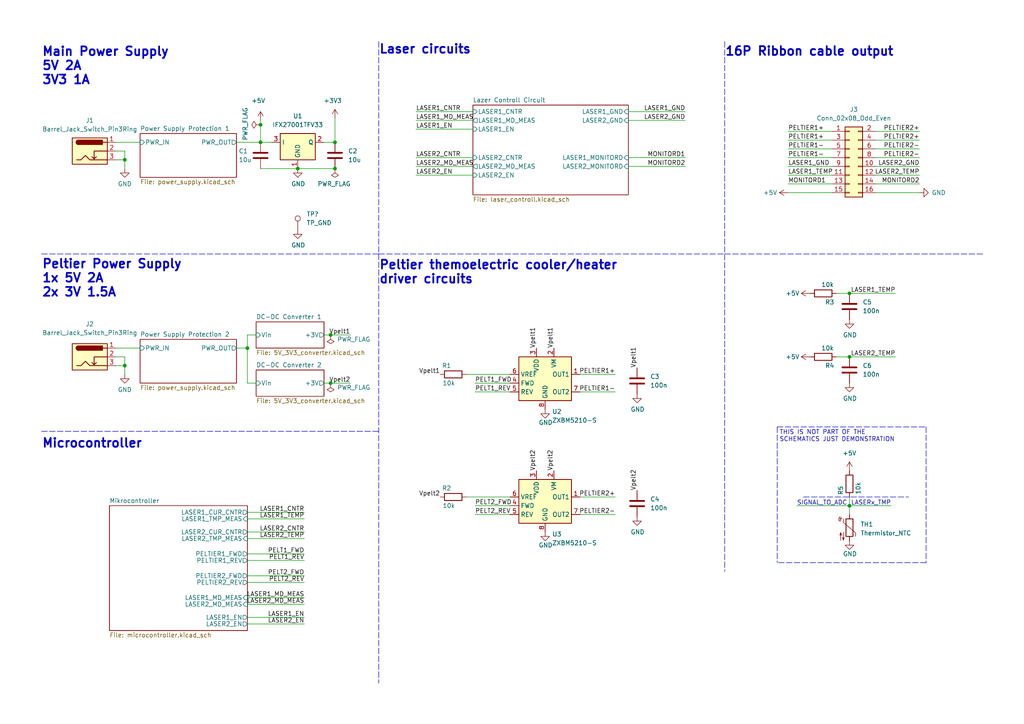
<source format=kicad_sch>
(kicad_sch (version 20211123) (generator eeschema)
  (paper "A4")
  (title_block (title "Laser controller board (Project Sheet)") (date "2022-05-05") (rev "R0.1") (company "Designed by Márk Mihalik"))
  (lib_symbols
    (symbol "Connector:Barrel_Jack_Switch_Pin3Ring" (pin_names hide)
      (property "Reference" "J" (at 0 5.334 0))
      (property "Value" "Barrel_Jack_Switch_Pin3Ring" (at 0 -5.08 0))
      (symbol "Barrel_Jack_Switch_Pin3Ring_0_1"
        (rectangle (start -5.08 3.81) (end 5.08 -3.81) (stroke (width 0.254)) (fill (type background)))
        (arc (start -3.302 3.175) (mid -3.937 2.54) (end -3.302 1.905) (stroke (width 0.254)))
        (arc (start -3.302 3.175) (mid -3.937 2.54) (end -3.302 1.905) (stroke (width 0.254)) (fill (type outline)))
        (polyline (pts (xy 1.27 -2.286) (xy 1.905 -1.651)) (stroke (width 0.254)))
        (polyline (pts (xy 5.08 2.54) (xy 3.81 2.54)) (stroke (width 0.254)))
        (polyline (pts (xy 5.08 0) (xy 1.27 0) (xy 1.27 -2.286) (xy 0.635 -1.651)) (stroke (width 0.254)))
        (polyline (pts (xy -3.81 -2.54) (xy -2.54 -2.54) (xy -1.27 -1.27) (xy 0 -2.54) (xy 2.54 -2.54) (xy 5.08 -2.54)) (stroke (width 0.254)))
        (rectangle (start 3.683 3.175) (end -3.302 1.905) (stroke (width 0.254)) (fill (type outline)))
      )
      (symbol "Barrel_Jack_Switch_Pin3Ring_1_1"
        (pin passive line (at 7.62 2.54 180) (length 2.54) (name "~") (number "1"))
        (pin passive line (at 7.62 0 180) (length 2.54) (name "~") (number "2"))
        (pin passive line (at 7.62 -2.54 180) (length 2.54) (name "~") (number "3"))
      )
    )
    (symbol "Connector:TestPoint" (pin_numbers hide) (pin_names (offset 0.762) hide)
      (property "Reference" "TP" (at 0 6.858 0))
      (property "Value" "TestPoint" (at 0 5.08 0))
      (symbol "TestPoint_0_1"
        (circle (center 0 3.302) (radius 0.762))
      )
      (symbol "TestPoint_1_1"
        (pin passive line (at 0 0 90) (length 2.54) (name "1") (number "1"))
      )
    )
    (symbol "Connector_Generic:Conn_02x08_Odd_Even" (pin_names (offset 1.016) hide)
      (property "Reference" "J" (at 1.27 10.16 0))
      (property "Value" "Conn_02x08_Odd_Even" (at 1.27 -12.7 0))
      (symbol "Conn_02x08_Odd_Even_1_1"
        (rectangle (start -1.27 -10.033) (end 0 -10.287) (stroke (width 0.1524)))
        (rectangle (start -1.27 -7.493) (end 0 -7.747) (stroke (width 0.1524)))
        (rectangle (start -1.27 -4.953) (end 0 -5.207) (stroke (width 0.1524)))
        (rectangle (start -1.27 -2.413) (end 0 -2.667) (stroke (width 0.1524)))
        (rectangle (start -1.27 0.127) (end 0 -0.127) (stroke (width 0.1524)))
        (rectangle (start -1.27 2.667) (end 0 2.413) (stroke (width 0.1524)))
        (rectangle (start -1.27 5.207) (end 0 4.953) (stroke (width 0.1524)))
        (rectangle (start -1.27 7.747) (end 0 7.493) (stroke (width 0.1524)))
        (rectangle (start -1.27 8.89) (end 3.81 -11.43) (stroke (width 0.254)) (fill (type background)))
        (rectangle (start 3.81 -10.033) (end 2.54 -10.287) (stroke (width 0.1524)))
        (rectangle (start 3.81 -7.493) (end 2.54 -7.747) (stroke (width 0.1524)))
        (rectangle (start 3.81 -4.953) (end 2.54 -5.207) (stroke (width 0.1524)))
        (rectangle (start 3.81 -2.413) (end 2.54 -2.667) (stroke (width 0.1524)))
        (rectangle (start 3.81 0.127) (end 2.54 -0.127) (stroke (width 0.1524)))
        (rectangle (start 3.81 2.667) (end 2.54 2.413) (stroke (width 0.1524)))
        (rectangle (start 3.81 5.207) (end 2.54 4.953) (stroke (width 0.1524)))
        (rectangle (start 3.81 7.747) (end 2.54 7.493) (stroke (width 0.1524)))
        (pin passive line (at -5.08 7.62 0) (length 3.81) (name "Pin_1") (number "1"))
        (pin passive line (at 7.62 -2.54 180) (length 3.81) (name "Pin_10") (number "10"))
        (pin passive line (at -5.08 -5.08 0) (length 3.81) (name "Pin_11") (number "11"))
        (pin passive line (at 7.62 -5.08 180) (length 3.81) (name "Pin_12") (number "12"))
        (pin passive line (at -5.08 -7.62 0) (length 3.81) (name "Pin_13") (number "13"))
        (pin passive line (at 7.62 -7.62 180) (length 3.81) (name "Pin_14") (number "14"))
        (pin passive line (at -5.08 -10.16 0) (length 3.81) (name "Pin_15") (number "15"))
        (pin passive line (at 7.62 -10.16 180) (length 3.81) (name "Pin_16") (number "16"))
        (pin passive line (at 7.62 7.62 180) (length 3.81) (name "Pin_2") (number "2"))
        (pin passive line (at -5.08 5.08 0) (length 3.81) (name "Pin_3") (number "3"))
        (pin passive line (at 7.62 5.08 180) (length 3.81) (name "Pin_4") (number "4"))
        (pin passive line (at -5.08 2.54 0) (length 3.81) (name "Pin_5") (number "5"))
        (pin passive line (at 7.62 2.54 180) (length 3.81) (name "Pin_6") (number "6"))
        (pin passive line (at -5.08 0 0) (length 3.81) (name "Pin_7") (number "7"))
        (pin passive line (at 7.62 0 180) (length 3.81) (name "Pin_8") (number "8"))
        (pin passive line (at -5.08 -2.54 0) (length 3.81) (name "Pin_9") (number "9"))
      )
    )
    (symbol "Device:C" (pin_numbers hide) (pin_names (offset 0.254))
      (property "Reference" "C" (at 0.635 2.54 0))
      (property "Value" "C" (at 0.635 -2.54 0))
      (symbol "C_0_1"
        (polyline (pts (xy -2.032 -0.762) (xy 2.032 -0.762)) (stroke (width 0.508)))
        (polyline (pts (xy -2.032 0.762) (xy 2.032 0.762)) (stroke (width 0.508)))
      )
      (symbol "C_1_1"
        (pin passive line (at 0 3.81 270) (length 2.794) (name "~") (number "1"))
        (pin passive line (at 0 -3.81 90) (length 2.794) (name "~") (number "2"))
      )
    )
    (symbol "Device:R" (pin_numbers hide) (pin_names (offset 0))
      (property "Reference" "R" (at 2.032 0 90))
      (property "Value" "R" (at 0 0 90))
      (symbol "R_0_1"
        (rectangle (start -1.016 -2.54) (end 1.016 2.54) (stroke (width 0.254)))
      )
      (symbol "R_1_1"
        (pin passive line (at 0 3.81 270) (length 1.27) (name "~") (number "1"))
        (pin passive line (at 0 -3.81 90) (length 1.27) (name "~") (number "2"))
      )
    )
    (symbol "Device:Thermistor_NTC" (pin_numbers hide) (pin_names (offset 0))
      (property "Reference" "TH" (at -4.445 0 90))
      (property "Value" "Thermistor_NTC" (at 3.175 0 90))
      (symbol "Thermistor_NTC_0_1"
        (arc (start -3.048 2.159) (mid -3.0505 2.3165) (end -3.175 2.413))
        (arc (start -3.048 2.159) (mid -2.9736 1.9794) (end -2.794 1.905))
        (arc (start -3.048 2.794) (mid -2.9736 2.6144) (end -2.794 2.54))
        (arc (start -2.794 1.905) (mid -2.6144 1.9794) (end -2.54 2.159))
        (arc (start -2.794 2.54) (mid -2.434 2.5608) (end -2.159 2.794))
        (arc (start -2.794 3.048) (mid -2.9736 2.9736) (end -3.048 2.794))
        (arc (start -2.54 2.794) (mid -2.6144 2.9736) (end -2.794 3.048))
        (rectangle (start -1.016 2.54) (end 1.016 -2.54) (stroke (width 0.254)))
        (polyline (pts (xy -2.54 2.159) (xy -2.54 2.794)))
        (polyline (pts (xy -1.778 2.54) (xy -1.778 1.524) (xy 1.778 -1.524) (xy 1.778 -2.54)))
        (polyline (pts (xy -2.54 -3.683) (xy -2.54 -1.397) (xy -2.794 -2.159) (xy -2.286 -2.159) (xy -2.54 -1.397) (xy -2.54 -1.651)) (fill (type outline)))
        (polyline (pts (xy -1.778 -1.397) (xy -1.778 -3.683) (xy -2.032 -2.921) (xy -1.524 -2.921) (xy -1.778 -3.683) (xy -1.778 -3.429)) (fill (type outline)))
      )
      (symbol "Thermistor_NTC_1_1"
        (pin passive line (at 0 3.81 270) (length 1.27) (name "~") (number "1"))
        (pin passive line (at 0 -3.81 90) (length 1.27) (name "~") (number "2"))
      )
    )
    (symbol "Driver_Motor:ZXBM5210-S"
      (property "Reference" "U" (at -7.62 8.89 0))
      (property "Value" "ZXBM5210-S" (at 10.16 8.89 0))
      (symbol "ZXBM5210-S_0_0"
        (pin output line (at 10.16 2.54 180) (length 2.54) (name "OUT1") (number "1"))
        (pin power_in line (at 2.54 10.16 270) (length 2.54) (name "VM") (number "2"))
        (pin power_in line (at -2.54 10.16 270) (length 2.54) (name "VDD") (number "3"))
        (pin input line (at -10.16 0 0) (length 2.54) (name "FWD") (number "4"))
        (pin input line (at -10.16 -2.54 0) (length 2.54) (name "REV") (number "5"))
        (pin input line (at -10.16 2.54 0) (length 2.54) (name "VREF") (number "6"))
        (pin output line (at 10.16 -2.54 180) (length 2.54) (name "OUT2") (number "7"))
        (pin power_in line (at 0 -7.62 90) (length 2.54) (name "GND") (number "8"))
      )
      (symbol "ZXBM5210-S_0_1"
        (rectangle (start -7.62 7.62) (end 7.62 -5.08) (stroke (width 0.254)) (fill (type background)))
      )
    )
    (symbol "Regulator_Linear:IFX27001TFV33"
      (property "Reference" "U" (at 0 6.35 0))
      (property "Value" "IFX27001TFV33" (at 0 3.81 0))
      (symbol "IFX27001TFV33_1_1"
        (rectangle (start -5.08 2.54) (end 5.08 -5.08) (stroke (width 0.254)) (fill (type background)))
        (pin power_in line (at 0 -7.62 90) (length 2.54) (name "GND") (number "1"))
        (pin power_out line (at 7.62 0 180) (length 2.54) (name "Q") (number "2"))
        (pin power_in line (at -7.62 0 0) (length 2.54) (name "I") (number "3"))
      )
    )
    (symbol "power:+3V3" (power) (pin_names (offset 0))
      (property "Value" "+3V3" (at 0 3.556 0))
      (symbol "+3V3_0_1"
        (polyline (pts (xy -0.762 1.27) (xy 0 2.54)))
        (polyline (pts (xy 0 0) (xy 0 2.54)))
        (polyline (pts (xy 0 2.54) (xy 0.762 1.27)))
      )
      (symbol "+3V3_1_1"
        (pin power_in line (at 0 0 90) (length 0) hide (name "+3V3") (number "1"))
      )
    )
    (symbol "power:+5V" (power) (pin_names (offset 0))
      (property "Value" "+5V" (at 0 3.556 0))
      (symbol "+5V_0_1"
        (polyline (pts (xy -0.762 1.27) (xy 0 2.54)))
        (polyline (pts (xy 0 0) (xy 0 2.54)))
        (polyline (pts (xy 0 2.54) (xy 0.762 1.27)))
      )
      (symbol "+5V_1_1"
        (pin power_in line (at 0 0 90) (length 0) hide (name "+5V") (number "1"))
      )
    )
    (symbol "power:GND" (power) (pin_names (offset 0))
      (property "Value" "GND" (at 0 -3.81 0))
      (symbol "GND_0_1"
        (polyline (pts (xy 0 0) (xy 0 -1.27) (xy 1.27 -1.27) (xy 0 -2.54) (xy -1.27 -1.27) (xy 0 -1.27)))
      )
      (symbol "GND_1_1"
        (pin power_in line (at 0 0 270) (length 0) hide (name "GND") (number "1"))
      )
    )
    (symbol "power:PWR_FLAG" (power) (pin_numbers hide) (pin_names (offset 0) hide)
      (property "Value" "PWR_FLAG" (at 0 3.81 0))
      (symbol "PWR_FLAG_0_0"
        (pin power_out line (at 0 0 90) (length 0) (name "pwr") (number "1"))
      )
      (symbol "PWR_FLAG_0_1"
        (polyline (pts (xy 0 0) (xy 0 1.27) (xy -1.016 1.905) (xy 0 2.54) (xy 1.016 1.905) (xy 0 1.27)))
      )
    )
  )
  (junction (at 97.155 48.895))
  (junction (at 246.38 103.505))
  (junction (at 36.195 106.045))
  (junction (at 86.36 48.895))
  (junction (at 246.38 85.09))
  (junction (at 75.565 41.275))
  (junction (at 71.755 100.965))
  (junction (at 75.565 36.195))
  (junction (at 95.885 97.155))
  (junction (at 36.195 46.355))
  (junction (at 97.155 41.275))
  (junction (at 95.885 111.125))
  (junction (at 246.38 146.685))
  (wire (pts (xy 88.265 179.07) (xy 71.755 179.07)))
  (wire (pts (xy 95.885 97.155) (xy 101.6 97.155)))
  (wire (pts (xy 168.275 149.225) (xy 178.435 149.225)))
  (wire (pts (xy 246.38 85.09) (xy 259.715 85.09)))
  (wire (pts (xy 97.155 34.29) (xy 97.155 41.275)))
  (wire (pts (xy 241.3 48.26) (xy 228.6 48.26)))
  (wire (pts (xy 36.195 48.895) (xy 36.195 46.355)))
  (wire (pts (xy 241.3 38.1) (xy 228.6 38.1)))
  (wire (pts (xy 68.58 41.275) (xy 75.565 41.275)))
  (wire (pts (xy 71.755 150.495) (xy 88.265 150.495)))
  (wire (pts (xy 246.38 144.145) (xy 246.38 146.685)))
  (wire (pts (xy 71.755 173.355) (xy 88.265 173.355)))
  (wire (pts (xy 71.755 100.965) (xy 68.58 100.965)))
  (wire (pts (xy 254 40.64) (xy 266.7 40.64)))
  (wire (pts (xy 242.57 103.505) (xy 246.38 103.505)))
  (polyline (pts (xy 268.605 163.195) (xy 225.425 163.195)))
  (wire (pts (xy 71.755 167.005) (xy 88.265 167.005)))
  (wire (pts (xy 33.655 103.505) (xy 36.195 103.505)))
  (polyline (pts (xy 233.045 144.145) (xy 263.525 144.145)))
  (wire (pts (xy 33.655 46.355) (xy 36.195 46.355)))
  (wire (pts (xy 242.57 85.09) (xy 246.38 85.09)))
  (wire (pts (xy 120.65 50.8) (xy 137.16 50.8)))
  (polyline (pts (xy 225.425 123.825) (xy 268.605 123.825)))
  (wire (pts (xy 254 45.72) (xy 266.7 45.72)))
  (wire (pts (xy 228.6 53.34) (xy 241.3 53.34)))
  (wire (pts (xy 74.295 97.155) (xy 71.755 97.155)))
  (wire (pts (xy 137.16 32.385) (xy 120.65 32.385)))
  (wire (pts (xy 75.565 41.275) (xy 78.74 41.275)))
  (polyline (pts (xy 109.855 12.065) (xy 109.855 73.66)))
  (wire (pts (xy 241.3 40.64) (xy 228.6 40.64)))
  (wire (pts (xy 135.255 144.145) (xy 147.955 144.145)))
  (polyline (pts (xy 12.065 125.095) (xy 109.855 125.095)))
  (wire (pts (xy 71.755 162.56) (xy 88.265 162.56)))
  (wire (pts (xy 168.275 113.665) (xy 178.435 113.665)))
  (wire (pts (xy 93.98 111.125) (xy 95.885 111.125)))
  (wire (pts (xy 137.795 146.685) (xy 147.955 146.685)))
  (wire (pts (xy 254 50.8) (xy 266.7 50.8)))
  (wire (pts (xy 254 38.1) (xy 266.7 38.1)))
  (polyline (pts (xy 12.065 73.66) (xy 109.855 73.66)))
  (wire (pts (xy 231.14 146.685) (xy 246.38 146.685)))
  (wire (pts (xy 168.275 108.585) (xy 178.435 108.585)))
  (wire (pts (xy 246.38 146.685) (xy 258.445 146.685)))
  (wire (pts (xy 254 53.34) (xy 266.7 53.34)))
  (wire (pts (xy 246.38 146.685) (xy 246.38 149.225)))
  (polyline (pts (xy 268.605 123.825) (xy 268.605 163.195)))
  (wire (pts (xy 93.98 97.155) (xy 95.885 97.155)))
  (wire (pts (xy 75.565 34.925) (xy 75.565 36.195)))
  (wire (pts (xy 75.565 48.895) (xy 86.36 48.895)))
  (wire (pts (xy 71.755 154.305) (xy 88.265 154.305)))
  (polyline (pts (xy 210.185 12.065) (xy 210.185 165.735)))
  (wire (pts (xy 241.3 45.72) (xy 228.6 45.72)))
  (wire (pts (xy 33.655 41.275) (xy 40.64 41.275)))
  (wire (pts (xy 71.755 156.21) (xy 88.265 156.21)))
  (wire (pts (xy 33.655 43.815) (xy 36.195 43.815)))
  (wire (pts (xy 33.655 100.965) (xy 40.64 100.965)))
  (wire (pts (xy 241.3 50.8) (xy 228.6 50.8)))
  (wire (pts (xy 86.36 48.895) (xy 97.155 48.895)))
  (wire (pts (xy 74.295 111.125) (xy 71.755 111.125)))
  (polyline (pts (xy 109.855 73.66) (xy 109.855 198.12)))
  (wire (pts (xy 71.755 160.655) (xy 88.265 160.655)))
  (wire (pts (xy 266.7 55.88) (xy 254 55.88)))
  (wire (pts (xy 254 43.18) (xy 266.7 43.18)))
  (wire (pts (xy 198.755 32.385) (xy 182.245 32.385)))
  (wire (pts (xy 36.195 106.045) (xy 36.195 103.505)))
  (wire (pts (xy 36.195 108.585) (xy 36.195 106.045)))
  (wire (pts (xy 228.6 55.88) (xy 241.3 55.88)))
  (wire (pts (xy 137.795 111.125) (xy 147.955 111.125)))
  (wire (pts (xy 93.98 41.275) (xy 97.155 41.275)))
  (wire (pts (xy 36.195 46.355) (xy 36.195 43.815)))
  (wire (pts (xy 33.655 106.045) (xy 36.195 106.045)))
  (wire (pts (xy 137.795 113.665) (xy 147.955 113.665)))
  (wire (pts (xy 71.755 148.59) (xy 88.265 148.59)))
  (wire (pts (xy 88.265 180.975) (xy 71.755 180.975)))
  (wire (pts (xy 137.16 48.26) (xy 120.65 48.26)))
  (wire (pts (xy 75.565 36.195) (xy 75.565 41.275)))
  (wire (pts (xy 168.275 144.145) (xy 178.435 144.145)))
  (polyline (pts (xy 210.185 73.66) (xy 285.115 73.66)))
  (wire (pts (xy 246.38 103.505) (xy 259.715 103.505)))
  (polyline (pts (xy 225.425 123.825) (xy 225.425 163.195)))
  (wire (pts (xy 120.65 37.465) (xy 137.16 37.465)))
  (wire (pts (xy 182.245 45.72) (xy 198.755 45.72)))
  (wire (pts (xy 71.755 168.91) (xy 88.265 168.91)))
  (wire (pts (xy 120.65 45.72) (xy 137.16 45.72)))
  (wire (pts (xy 137.795 149.225) (xy 147.955 149.225)))
  (wire (pts (xy 241.3 43.18) (xy 228.6 43.18)))
  (wire (pts (xy 95.885 111.125) (xy 101.6 111.125)))
  (wire (pts (xy 198.755 34.925) (xy 182.245 34.925)))
  (wire (pts (xy 120.65 34.925) (xy 137.16 34.925)))
  (wire (pts (xy 71.755 111.125) (xy 71.755 100.965)))
  (wire (pts (xy 182.245 48.26) (xy 198.755 48.26)))
  (polyline (pts (xy 109.855 73.66) (xy 210.185 73.66)))
  (wire (pts (xy 135.255 108.585) (xy 147.955 108.585)))
  (wire (pts (xy 71.755 97.155) (xy 71.755 100.965)))
  (wire (pts (xy 71.755 175.26) (xy 88.265 175.26)))
  (wire (pts (xy 254 48.26) (xy 266.7 48.26)))
  (text "Peltier themoelectric cooler/heater\ndriver circuits" (at 109.855 82.55 0) (effects (font (size 2.54 2.54) (thickness 0.508) bold) (justify left bottom)))
  (text "LASERx_TMP\n" (at 258.445 146.685 180) (effects (font (size 1.27 1.27)) (justify right bottom)))
  (text "16P Ribbon cable output" (at 210.185 16.51 0) (effects (font (size 2.54 2.54) (thickness 0.508) bold) (justify left bottom)))
  (text "Microcontroller" (at 12.065 130.175 0) (effects (font (size 2.54 2.54) (thickness 0.508) bold) (justify left bottom)))
  (text "Peltier Power Supply\n1x 5V 2A \n2x 3V 1.5A" (at 12.065 86.36 0) (effects (font (size 2.54 2.54) (thickness 0.508) bold) (justify left bottom)))
  (text "Main Power Supply\n5V 2A \n3V3 1A" (at 12.065 24.765 0) (effects (font (size 2.54 2.54) (thickness 0.508) bold) (justify left bottom)))
  (text "THIS IS NOT PART OF THE\nSCHEMATICS JUST DEMONSTRATION\n" (at 226.06 128.27 0) (effects (font (size 1.27 1.27)) (justify left bottom)))
  (text "SIGNAL_TO_ADC" (at 231.14 146.685 0) (effects (font (size 1.27 1.27)) (justify left bottom)))
  (text "Laser circuits" (at 109.855 15.875 0) (effects (font (size 2.54 2.54) bold) (justify left bottom)))
  (label "LASER1_TEMP" (at 228.6 50.8 0))
  (label "PELTIER2+" (at 178.435 144.145 180))
  (label "PELTIER2+" (at 266.7 40.64 180))
  (label "Vpelt2" (at 155.575 136.525 90))
  (label "LASER2_TEMP" (at 259.715 103.505 180))
  (label "PELTIER1-" (at 228.6 43.18 0))
  (label "Vpelt1" (at 155.575 100.965 90))
  (label "Vpelt1" (at 101.6 97.155 180))
  (label "LASER1_GND" (at 198.755 32.385 180))
  (label "Vpelt2" (at 160.655 136.525 90))
  (label "PELT2_REV" (at 137.795 149.225 0))
  (label "LASER2_CNTR" (at 88.265 154.305 180))
  (label "PELT1_REV" (at 88.265 162.56 180))
  (label "LASER1_MD_MEAS" (at 120.65 34.925 0))
  (label "PELT1_FWD" (at 137.795 111.125 0))
  (label "MONITORD1" (at 198.755 45.72 180))
  (label "Vpelt1" (at 127.635 108.585 180))
  (label "LASER1_EN" (at 120.65 37.465 0))
  (label "PELTIER1-" (at 178.435 113.665 180))
  (label "LASER1_MD_MEAS" (at 88.265 173.355 180))
  (label "LASER2_TEMP" (at 88.265 156.21 180))
  (label "LASER1_TEMP" (at 259.715 85.09 180))
  (label "PELT2_REV" (at 88.265 168.91 180))
  (label "PELT1_REV" (at 137.795 113.665 0))
  (label "LASER1_GND" (at 228.6 48.26 0))
  (label "LASER1_CNTR" (at 88.265 148.59 180))
  (label "LASER2_CNTR" (at 120.65 45.72 0))
  (label "PELTIER1-" (at 228.6 45.72 0))
  (label "LASER2_GND" (at 266.7 48.26 180))
  (label "LASER2_MD_MEAS" (at 120.65 48.26 0))
  (label "LASER2_GND" (at 198.755 34.925 180))
  (label "PELT2_FWD" (at 88.265 167.005 180))
  (label "Vpelt2" (at 101.6 111.125 180))
  (label "PELT2_FWD" (at 137.795 146.685 0))
  (label "PELTIER1+" (at 178.435 108.585 180))
  (label "LASER1_EN" (at 88.265 179.07 180))
  (label "MONITORD1" (at 228.6 53.34 0))
  (label "PELTIER1+" (at 228.6 38.1 0))
  (label "LASER1_CNTR" (at 120.65 32.385 0))
  (label "MONITORD2" (at 266.7 53.34 180))
  (label "Vpelt1" (at 184.785 106.68 90))
  (label "LASER2_TEMP" (at 266.7 50.8 180))
  (label "MONITORD2" (at 198.755 48.26 180))
  (label "Vpelt2" (at 184.785 142.24 90))
  (label "LASER2_EN" (at 88.265 180.975 180))
  (label "LASER1_TEMP" (at 88.265 150.495 180))
  (label "PELTIER2-" (at 178.435 149.225 180))
  (label "PELTIER2-" (at 266.7 43.18 180))
  (label "Vpelt1" (at 160.655 100.965 90))
  (label "PELTIER2-" (at 266.7 45.72 180))
  (label "PELT1_FWD" (at 88.265 160.655 180))
  (label "LASER2_MD_MEAS" (at 88.265 175.26 180))
  (label "PELTIER2+" (at 266.7 38.1 180))
  (label "PELTIER1+" (at 228.6 40.64 0))
  (label "Vpelt2" (at 127.635 144.145 180))
  (label "LASER2_EN" (at 120.65 50.8 0))
  (symbol (lib_id "Device:R") (at 131.445 144.145 90) (unit 1)
    (property "Reference" "R2" (at 129.54 141.605 90))
    (property "Value" "10k" (at 130.175 146.685 90))
    (property "Footprint" "Resistor_SMD:R_0805_2012Metric_Pad1.20x1.40mm_HandSolder" (effects hide))
    (property "Lomex" "80-54-49" (effects hide))
  )
  (symbol (lib_id "power:GND") (at 266.7 55.88 90) (mirror x) (unit 1)
    (property "Reference" "#PWR021" (effects hide))
    (property "Value" "GND" (at 274.32 55.88 90) (effects (justify left)))
  )
  (symbol (lib_id "power:GND") (at 158.115 118.745 0) (unit 1)
    (property "Reference" "#PWR08" (effects hide))
    (property "Value" "GND" (at 156.21 122.555 0) (effects (justify left)))
  )
  (symbol (lib_id "power:PWR_FLAG") (at 97.155 48.895 180) (unit 1)
    (property "Reference" "#FLG04" (effects hide))
    (property "Value" "PWR_FLAG" (at 92.075 53.34 0) (effects (justify right)))
  )
  (symbol (lib_id "power:GND") (at 184.785 149.86 0) (unit 1)
    (property "Reference" "#PWR013" (effects hide))
    (property "Value" "GND" (at 182.88 154.305 0) (effects (justify left)))
  )
  (symbol (lib_id "power:+5V") (at 234.95 103.505 90) (unit 1)
    (property "Reference" "#PWR016" (effects hide))
    (property "Value" "+5V" (at 229.87 103.505 90))
  )
  (symbol (lib_id "power:PWR_FLAG") (at 75.565 36.195 90) (unit 1)
    (property "Reference" "#FLG01" (effects hide))
    (property "Value" "PWR_FLAG" (at 71.12 31.115 0) (effects (justify right)))
  )
  (symbol (lib_id "Device:C") (at 75.565 45.085 0) (unit 1)
    (property "Reference" "C1" (at 69.215 43.815 0) (effects (justify left)))
    (property "Value" "10u" (at 69.215 46.355 0) (effects (justify left)))
    (property "Footprint" "Capacitor_SMD:C_0805_2012Metric_Pad1.18x1.45mm_HandSolder" (effects hide))
    (property "Lomex" "82-17-06" (effects hide))
  )
  (symbol (lib_id "power:GND") (at 158.115 154.305 0) (unit 1)
    (property "Reference" "#PWR09" (effects hide))
    (property "Value" "GND" (at 156.21 158.115 0) (effects (justify left)))
  )
  (symbol (lib_id "power:GND") (at 36.195 108.585 0) (unit 1)
    (property "Reference" "#PWR02" (effects hide))
    (property "Value" "GND" (at 36.195 113.03 0))
  )
  (symbol (lib_id "Connector:Barrel_Jack_Switch_Pin3Ring") (at 26.035 103.505 0) (unit 1)
    (property "Reference" "J2" (at 26.035 93.98 0))
    (property "Value" "Barrel_Jack_Switch_Pin3Ring" (at 26.035 96.52 0))
    (property "Footprint" "Connector_BarrelJack:BarrelJack_Horizontal" (effects hide))
    (property "Lomex" "43-07-67" (effects hide))
  )
  (symbol (lib_id "Device:R") (at 246.38 140.335 180) (unit 1) (in_bom no) (on_board no)
    (property "Reference" "R5" (at 243.84 142.24 90))
    (property "Value" "10k" (at 248.92 141.605 90))
    (property "Footprint" "Resistor_SMD:R_0805_2012Metric_Pad1.20x1.40mm_HandSolder" (effects hide))
    (property "Lomex" "80-54-49" (effects hide))
  )
  (symbol (lib_id "Device:R") (at 238.76 85.09 270) (unit 1)
    (property "Reference" "R3" (at 240.665 87.63 90))
    (property "Value" "10k" (at 240.03 82.55 90))
    (property "Footprint" "Resistor_SMD:R_0805_2012Metric_Pad1.20x1.40mm_HandSolder" (effects hide))
    (property "Lomex" "80-54-49" (effects hide))
  )
  (symbol (lib_id "power:GND") (at 184.785 114.3 0) (unit 1)
    (property "Reference" "#PWR011" (effects hide))
    (property "Value" "GND" (at 182.88 118.745 0) (effects (justify left)))
  )
  (symbol (lib_id "Driver_Motor:ZXBM5210-S") (at 158.115 146.685 0) (unit 1)
    (property "Reference" "U3" (at 160.1344 154.94 0) (effects (justify left)))
    (property "Value" "ZXBM5210-S" (at 160.1344 157.48 0) (effects (justify left)))
    (property "Footprint" "Package_SO:SOIC-8_3.9x4.9mm_P1.27mm" (effects hide))
    (property "Datasheet" "https://www.diodes.com/assets/Datasheets/ZXBM5210.pdf" (effects hide))
    (property "Mouser" "621-ZXBM5210-S-13" (effects hide))
  )
  (symbol (lib_id "Regulator_Linear:IFX27001TFV33") (at 86.36 41.275 0) (unit 1)
    (property "Reference" "U1" (at 86.36 33.655 0))
    (property "Value" "IFX27001TFV33" (at 86.36 36.195 0))
    (property "Footprint" "Package_TO_SOT_SMD:TO-252-3_TabPin2" (effects hide))
    (property "Datasheet" "https://static6.arrow.com/aropdfconversion/dc75757ae45a88e5f69bdce3f2a651a5fe0ca07d/ifx27001_ds_10.pdf" (effects hide))
    (property "Replacement" "NCP1117DT33G" (effects hide))
    (property "Lomex" "89-25-59" (effects hide))
  )
  (symbol (lib_id "power:GND") (at 246.38 92.71 0) (unit 1)
    (property "Reference" "#PWR017" (effects hide))
    (property "Value" "GND" (at 244.475 97.155 0) (effects (justify left)))
  )
  (symbol (lib_id "power:+5V") (at 75.565 34.925 0) (unit 1)
    (property "Reference" "#PWR03" (effects hide))
    (property "Value" "+5V" (at 74.93 29.21 0))
  )
  (symbol (lib_id "power:GND") (at 36.195 48.895 0) (unit 1)
    (property "Reference" "#PWR01" (effects hide))
    (property "Value" "GND" (at 36.195 53.34 0))
  )
  (symbol (lib_id "Device:R") (at 238.76 103.505 270) (unit 1)
    (property "Reference" "R4" (at 240.665 106.045 90))
    (property "Value" "10k" (at 240.03 100.965 90))
    (property "Footprint" "Resistor_SMD:R_0805_2012Metric_Pad1.20x1.40mm_HandSolder" (effects hide))
    (property "Lomex" "80-54-49" (effects hide))
  )
  (symbol (lib_id "Connector:TestPoint") (at 86.36 66.675 0) (unit 1)
    (property "Reference" "TP?" (at 88.9 62.1029 0) (effects (justify left)))
    (property "Value" "TP_GND" (at 88.9 64.6429 0) (effects (justify left)))
    (property "Footprint" "Connector_PinHeader_2.54mm:PinHeader_1x01_P2.54mm_Vertical" (effects hide))
  )
  (symbol (lib_id "power:GND") (at 86.36 48.895 0) (unit 1)
    (property "Reference" "#PWR04" (effects hide))
    (property "Value" "GND" (at 84.455 53.34 0) (effects (justify left)))
  )
  (symbol (lib_id "power:GND") (at 246.38 156.845 0) (unit 1)
    (property "Reference" "#PWR020" (effects hide))
    (property "Value" "GND" (at 244.475 160.655 0) (effects (justify left)))
  )
  (symbol (lib_id "Driver_Motor:ZXBM5210-S") (at 158.115 111.125 0) (unit 1)
    (property "Reference" "U2" (at 160.1344 119.38 0) (effects (justify left)))
    (property "Value" "ZXBM5210-S" (at 160.1344 121.92 0) (effects (justify left)))
    (property "Footprint" "Package_SO:SOIC-8_3.9x4.9mm_P1.27mm" (effects hide))
    (property "Datasheet" "https://www.diodes.com/assets/Datasheets/ZXBM5210.pdf" (effects hide))
    (property "Mouser" "621-ZXBM5210-S-13" (effects hide))
  )
  (symbol (lib_id "power:+3V3") (at 97.155 34.29 0) (unit 1)
    (property "Reference" "#PWR05" (effects hide))
    (property "Value" "+3V3" (at 96.52 29.21 0))
  )
  (symbol (lib_id "power:+5V") (at 246.38 136.525 0) (unit 1)
    (property "Reference" "#PWR019" (effects hide))
    (property "Value" "+5V" (at 246.38 131.445 0))
  )
  (symbol (lib_id "power:+5V") (at 228.6 55.88 90) (mirror x) (unit 1)
    (property "Reference" "#PWR014" (effects hide))
    (property "Value" "+5V" (at 225.425 55.8799 90) (effects (justify left)))
  )
  (symbol (lib_id "Device:Thermistor_NTC") (at 246.38 153.035 0) (unit 1) (in_bom no) (on_board no)
    (property "Reference" "TH1" (at 249.555 152.0824 0) (effects (justify left)))
    (property "Value" "Thermistor_NTC" (at 249.555 154.6224 0) (effects (justify left)))
  )
  (symbol (lib_id "power:GND") (at 246.38 111.125 0) (unit 1)
    (property "Reference" "#PWR018" (effects hide))
    (property "Value" "GND" (at 244.475 115.57 0) (effects (justify left)))
  )
  (symbol (lib_id "Device:C") (at 97.155 45.085 0) (unit 1)
    (property "Reference" "C2" (at 100.965 43.8149 0) (effects (justify left)))
    (property "Value" "10u" (at 100.965 46.3549 0) (effects (justify left)))
    (property "Footprint" "Capacitor_SMD:C_0805_2012Metric_Pad1.18x1.45mm_HandSolder" (effects hide))
    (property "Lomex" "82-17-06" (effects hide))
  )
  (symbol (lib_id "Device:C") (at 184.785 146.05 0) (unit 1)
    (property "Reference" "C4" (at 188.595 144.7799 0) (effects (justify left)))
    (property "Value" "100n" (at 188.595 147.3199 0) (effects (justify left)))
    (property "Footprint" "Capacitor_SMD:C_0805_2012Metric_Pad1.18x1.45mm_HandSolder" (effects hide))
    (property "Lomex" "82-13-46" (effects hide))
  )
  (symbol (lib_id "Device:C") (at 184.785 110.49 0) (unit 1)
    (property "Reference" "C3" (at 188.595 109.2199 0) (effects (justify left)))
    (property "Value" "100n" (at 188.595 111.7599 0) (effects (justify left)))
    (property "Footprint" "Capacitor_SMD:C_0805_2012Metric_Pad1.18x1.45mm_HandSolder" (effects hide))
    (property "Lomex" "82-13-46" (effects hide))
  )
  (symbol (lib_id "Device:R") (at 131.445 108.585 90) (unit 1)
    (property "Reference" "R1" (at 129.54 106.045 90))
    (property "Value" "10k" (at 130.175 111.125 90))
    (property "Footprint" "Resistor_SMD:R_0805_2012Metric_Pad1.20x1.40mm_HandSolder" (effects hide))
    (property "Lomex" "80-54-49" (effects hide))
  )
  (symbol (lib_id "power:PWR_FLAG") (at 95.885 111.125 180) (unit 1)
    (property "Reference" "#FLG03" (effects hide))
    (property "Value" "PWR_FLAG" (at 97.79 112.3949 0) (effects (justify right)))
  )
  (symbol (lib_id "Device:C") (at 246.38 88.9 0) (unit 1)
    (property "Reference" "C5" (at 250.19 87.6299 0) (effects (justify left)))
    (property "Value" "100n" (at 250.19 90.1699 0) (effects (justify left)))
    (property "Footprint" "Capacitor_SMD:C_0805_2012Metric_Pad1.18x1.45mm_HandSolder" (effects hide))
    (property "Lomex" "82-13-46" (effects hide))
  )
  (symbol (lib_id "Connector_Generic:Conn_02x08_Odd_Even") (at 246.38 45.72 0) (unit 1)
    (property "Reference" "J3" (at 247.65 31.75 0))
    (property "Value" "Conn_02x08_Odd_Even" (at 247.65 34.29 0))
    (property "Footprint" "Connector_IDC:IDC-Header_2x08_P2.54mm_Latch_Vertical" (effects hide))
    (property "Lomex" "43-01-07" (effects hide))
  )
  (symbol (lib_id "Connector:Barrel_Jack_Switch_Pin3Ring") (at 26.035 43.815 0) (unit 1)
    (property "Reference" "J1" (at 26.035 34.925 0))
    (property "Value" "Barrel_Jack_Switch_Pin3Ring" (at 26.035 37.465 0))
    (property "Footprint" "Connector_BarrelJack:BarrelJack_Horizontal" (effects hide))
    (property "Lomex" "43-07-67" (effects hide))
  )
  (symbol (lib_id "Device:C") (at 246.38 107.315 0) (unit 1)
    (property "Reference" "C6" (at 250.19 106.0449 0) (effects (justify left)))
    (property "Value" "100n" (at 250.19 108.5849 0) (effects (justify left)))
    (property "Footprint" "Capacitor_SMD:C_0805_2012Metric_Pad1.18x1.45mm_HandSolder" (effects hide))
    (property "Lomex" "82-13-46" (effects hide))
  )
  (symbol (lib_id "power:PWR_FLAG") (at 95.885 97.155 180) (unit 1)
    (property "Reference" "#FLG02" (effects hide))
    (property "Value" "PWR_FLAG" (at 97.79 98.4249 0) (effects (justify right)))
  )
  (symbol (lib_id "power:GND") (at 86.36 66.675 0) (unit 1)
    (property "Reference" "#PWR?" (effects hide))
    (property "Value" "GND" (at 84.455 71.12 0) (effects (justify left)))
  )
  (symbol (lib_id "power:+5V") (at 234.95 85.09 90) (unit 1)
    (property "Reference" "#PWR015" (effects hide))
    (property "Value" "+5V" (at 229.87 85.09 90))
  )
  (sheet (at 40.64 98.425) (size 27.94 12.7) (stroke (width 0.1524))
    (property "Sheet name" "Power Supply Protection 2" (at 40.64 97.7134 0) (effects (justify left bottom)))
    (property "Sheet file" "power_supply.kicad_sch" (at 40.64 111.7096 0) (effects (justify left top)))
    (pin "PWR_IN" input (at 40.64 100.965 180))
    (pin "PWR_OUT" output (at 68.58 100.965 0))
  )
  (sheet (at 74.295 93.345) (size 19.685 7.62) (stroke (width 0.1524))
    (property "Sheet name" "DC-DC Converter 1" (at 74.295 92.6334 0) (effects (justify left bottom)))
    (property "Sheet file" "5V_3V3_converter.kicad_sch" (at 74.295 101.5496 0) (effects (justify left top)))
    (pin "+3V" output (at 93.98 97.155 0))
    (pin "Vin" input (at 74.295 97.155 180))
  )
  (sheet (at 137.16 30.48) (size 45.085 26.035) (stroke (width 0.1524))
    (property "Sheet name" "Lazer Controll Circuit" (at 137.16 29.7684 0) (effects (justify left bottom)))
    (property "Sheet file" "laser_controll.kicad_sch" (at 137.16 57.0996 0) (effects (justify left top)))
    (pin "LASER1_GND" input (at 182.245 32.385 0))
    (pin "LASER2_GND" input (at 182.245 34.925 0))
    (pin "LASER1_CNTR" input (at 137.16 32.385 180))
    (pin "LASER2_CNTR" input (at 137.16 45.72 180))
    (pin "LASER2_MD_MEAS" output (at 137.16 48.26 180))
    (pin "LASER2_MONITORD" input (at 182.245 48.26 0))
    (pin "LASER1_MONITORD" input (at 182.245 45.72 0))
    (pin "LASER1_MD_MEAS" output (at 137.16 34.925 180))
    (pin "LASER2_EN" input (at 137.16 50.8 180))
    (pin "LASER1_EN" input (at 137.16 37.465 180))
  )
  (sheet (at 31.75 146.685) (size 40.005 36.195) (stroke (width 0.1524))
    (property "Sheet name" "Mikrocontroller" (at 31.75 145.9734 0) (effects (justify left bottom)))
    (property "Sheet file" "microcontroller.kicad_sch" (at 31.75 183.4646 0) (effects (justify left top)))
    (pin "LASER2_TMP_MEAS" input (at 71.755 156.21 0))
    (pin "PELTIER2_FWD" output (at 71.755 167.005 0))
    (pin "PELTIER2_REV" output (at 71.755 168.91 0))
    (pin "PELTIER1_FWD" output (at 71.755 160.655 0))
    (pin "PELTIER1_REV" output (at 71.755 162.56 0))
    (pin "LASER1_CUR_CNTR" output (at 71.755 148.59 0))
    (pin "LASER2_CUR_CNTR" output (at 71.755 154.305 0))
    (pin "LASER1_TMP_MEAS" input (at 71.755 150.495 0))
    (pin "LASER1_MD_MEAS" input (at 71.755 173.355 0))
    (pin "LASER2_MD_MEAS" input (at 71.755 175.26 0))
    (pin "LASER2_EN" output (at 71.755 180.975 0))
    (pin "LASER1_EN" output (at 71.755 179.07 0))
  )
  (sheet (at 40.64 38.735) (size 27.94 12.7) (stroke (width 0.1524))
    (property "Sheet name" "Power Supply Protection 1" (at 40.64 38.0234 0) (effects (justify left bottom)))
    (property "Sheet file" "power_supply.kicad_sch" (at 40.64 52.0196 0) (effects (justify left top)))
    (pin "PWR_IN" input (at 40.64 41.275 180))
    (pin "PWR_OUT" output (at 68.58 41.275 0))
  )
  (sheet (at 74.295 107.315) (size 19.685 7.62) (stroke (width 0.1524))
    (property "Sheet name" "DC-DC Converter 2" (at 74.295 106.6034 0) (effects (justify left bottom)))
    (property "Sheet file" "5V_3V3_converter.kicad_sch" (at 74.295 115.5196 0) (effects (justify left top)))
    (pin "Vin" input (at 74.295 111.125 180))
    (pin "+3V" output (at 93.98 111.125 0))
  )
)
</source>
